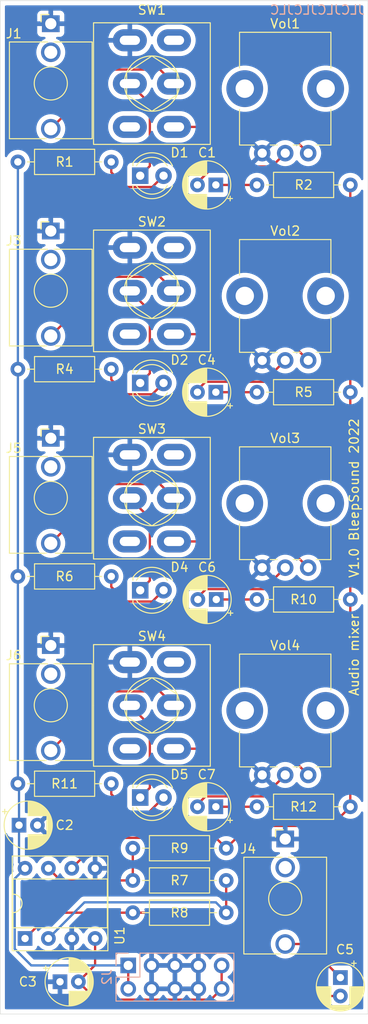
<source format=kicad_pcb>
(kicad_pcb (version 20211014) (generator pcbnew)
  (layers (0 "F.Cu" signal) (31 "B.Cu" signal) (34 "B.Paste" user) (35 "F.Paste" user) (36 "B.SilkS" user "B.Silkscreen") (37 "F.SilkS" user "F.Silkscreen") (38 "B.Mask" user) (39 "F.Mask" user) (44 "Edge.Cuts" user))
  (net 0 "")
  (net 1 "GND")
  (net 2 "+12V")
  (net 3 "-12V")
  (net 4 "Net-(C1-Pad1)")
  (net 5 "Net-(C1-Pad2)")
  (net 6 "Net-(C4-Pad2)")
  (net 7 "Net-(C4-Pad1)")
  (net 8 "Net-(C5-Pad1)")
  (net 9 "Net-(C5-Pad2)")
  (net 10 "Net-(C6-Pad1)")
  (net 11 "Net-(D5-Pad2)")
  (net 13 "Net-(C6-Pad2)")
  (net 14 "Net-(C7-Pad1)")
  (net 15 "Net-(C7-Pad2)")
  (net 16 "Net-(D1-Pad1)")
  (net 17 "Net-(D1-Pad2)")
  (net 18 "Net-(D2-Pad1)")
  (net 19 "Net-(D2-Pad2)")
  (net 20 "Net-(D4-Pad1)")
  (net 21 "Net-(D5-Pad1)")
  (net 22 "Net-(J1-PadT)")
  (net 23 "Net-(J3-PadT)")
  (net 24 "Net-(J5-PadT)")
  (net 26 "Net-(J6-PadT)")
  (net 29 "Net-(R10-Pad1)")
  (net 30 "Net-(R7-Pad1)")
  (net 31 "Net-(R7-Pad2)")
  (net 32 "Net-(D4-Pad2)")
  (net 35 "Net-(SW1-Pad6)")
  (net 39 "Net-(SW2-Pad6)")
  (net 42 "Net-(SW3-Pad6)")
  (net 45 "Net-(SW4-Pad6)")
  (footprint "Capacitor_THT:CP_Radial_D5.0mm_P2.00mm" (layer "F.Cu") (at 88.455112 71 180)
    (fp_text reference "C1" (at 0.955112 3.5) (layer "F.SilkS"))
    (fp_text value ".1µF")
    (pad "1" thru_hole rect locked (at 0 0 180) (size 1.6 1.6) (drill 0.8) (layers *.Cu *.Mask) (net 4 "Net-(C1-Pad1)"))
    (pad "2" thru_hole circle locked (at 2 0 180) (size 1.6 1.6) (drill 0.8) (layers *.Cu *.Mask) (net 5 "Net-(C1-Pad2)"))
  )
  (footprint "Capacitor_THT:CP_Radial_D5.0mm_P2.00mm" (layer "F.Cu") (at 71.499999 157.5)
    (fp_text reference "C3" (at -3.5 0) (layer "F.SilkS"))
    (fp_text value "10µ")
    (pad "1" thru_hole rect locked (at 0 0) (size 1.6 1.6) (drill 0.8) (layers *.Cu *.Mask) (net 1 "GND"))
    (pad "2" thru_hole circle locked (at 2 0) (size 1.6 1.6) (drill 0.8) (layers *.Cu *.Mask) (net 3 "-12V"))
  )
  (footprint "Resistor_THT:R_Axial_DIN0207_L6.3mm_D2.5mm_P10.16mm_Horizontal" (layer "F.Cu") (at 66.919999 68.5)
    (fp_text reference "R1" (at 5.08 0) (layer "F.SilkS"))
    (fp_text value "4.7k")
    (pad "1" thru_hole circle locked (at 0 0) (size 1.6 1.6) (drill 0.8) (layers *.Cu *.Mask) (net 2 "+12V"))
    (pad "2" thru_hole oval locked (at 10.16 0) (size 1.6 1.6) (drill 0.8) (layers *.Cu *.Mask) (net 17 "Net-(D1-Pad2)"))
  )
  (footprint "Synth:Pot-bourns-alpha" (layer "F.Cu") (at 98.499999 67.55 90)
    (fp_text reference "Vol1" (at 14.05 -2.5 180) (layer "F.SilkS"))
    (fp_text value "10k")
    (pad "" np_thru_hole circle (at 7 -6.9 90) (size 4 4) (drill 2) (layers *.Cu *.Mask))
    (pad "" np_thru_hole circle (at 7 1.9 90) (size 4 4) (drill 2) (layers *.Cu *.Mask))
    (pad "1" thru_hole circle (at 0 0 90) (size 1.8 1.8) (drill 1) (layers *.Cu *.Mask) (net 35 "Net-(SW1-Pad6)"))
    (pad "2" thru_hole circle (at 0 -2.5 90) (size 1.8 1.8) (drill 1) (layers *.Cu *.Mask) (net 5 "Net-(C1-Pad2)"))
    (pad "3" thru_hole circle (at 0 -5 90) (size 1.8 1.8) (drill 1) (layers *.Cu *.Mask) (net 1 "GND"))
  )
  (footprint "Synth:SW_DPDT_Toggle" (layer "F.Cu") (at 81.499999 60 90)
    (fp_text reference "SW1" (at 8 0 180) (layer "F.SilkS"))
    (fp_text value "Mute")
    (pad "1" thru_hole oval (at 4.7 -2.4 180) (size 3.7 2.4) (drill oval 2.2 1) (layers *.Cu *.Mask) (net 1 "GND"))
    (pad "2" thru_hole oval (at 0 -2.4 180) (size 3.7 2.4) (drill oval 2.2 1) (layers *.Cu *.Mask) (net 16 "Net-(D1-Pad1)"))
    (pad "3" thru_hole oval (at -4.7 -2.4 180) (size 3.7 2.4) (drill oval 2.2 1) (layers *.Cu *.Mask))
    (pad "4" thru_hole oval (at 4.7 2.4 180) (size 3.7 2.4) (drill oval 2.2 1) (layers *.Cu *.Mask))
    (pad "5" thru_hole oval (at 0 2.4 180) (size 3.7 2.4) (drill oval 2.2 1) (layers *.Cu *.Mask) (net 22 "Net-(J1-PadT)"))
    (pad "6" thru_hole oval (at -4.7 2.4 180) (size 3.7 2.4) (drill oval 2.2 1) (layers *.Cu *.Mask) (net 35 "Net-(SW1-Pad6)"))
  )
  (footprint "Synth:Thonkiconn" (layer "F.Cu") (at 70.499999 98.5)
    (fp_text reference "J5" (at -4.03 1.08 180) (layer "F.SilkS"))
    (fp_text value "In")
    (pad "S" thru_hole rect (at 0 0 180) (size 1.93 1.83) (drill 1.22) (layers *.Cu *.Mask) (net 1 "GND"))
    (pad "T" thru_hole circle (at 0 11.4 180) (size 2.13 2.13) (drill 1.43) (layers *.Cu *.Mask) (net 24 "Net-(J5-PadT)"))
    (pad "TN" thru_hole circle (at 0 3.1 180) (size 2.13 2.13) (drill 1.42) (layers *.Cu *.Mask))
  )
  (footprint "Capacitor_THT:CP_Radial_D5.0mm_P2.00mm" (layer "F.Cu") (at 88.499999 116 180)
    (fp_text reference "C6" (at 1 3.5) (layer "F.SilkS"))
    (fp_text value ".1µF")
    (pad "1" thru_hole rect locked (at 0 0 180) (size 1.6 1.6) (drill 0.8) (layers *.Cu *.Mask) (net 10 "Net-(C6-Pad1)"))
    (pad "2" thru_hole circle locked (at 2 0 180) (size 1.6 1.6) (drill 0.8) (layers *.Cu *.Mask) (net 13 "Net-(C6-Pad2)"))
  )
  (footprint "Capacitor_THT:CP_Radial_D5.0mm_P2.00mm" (layer "F.Cu") (at 67.044887 140.5)
    (fp_text reference "C2" (at 4.955112 0) (layer "F.SilkS"))
    (fp_text value "10µ")
    (pad "1" thru_hole rect locked (at 0 0) (size 1.6 1.6) (drill 0.8) (layers *.Cu *.Mask) (net 2 "+12V"))
    (pad "2" thru_hole circle locked (at 2 0) (size 1.6 1.6) (drill 0.8) (layers *.Cu *.Mask) (net 1 "GND"))
  )
  (footprint "Synth:Thonkiconn" (layer "F.Cu") (at 95.999999 142)
    (fp_text reference "J4" (at -4.03 1.08 180) (layer "F.SilkS"))
    (fp_text value "Out")
    (pad "S" thru_hole rect (at 0 0 180) (size 1.93 1.83) (drill 1.22) (layers *.Cu *.Mask) (net 1 "GND"))
    (pad "T" thru_hole circle (at 0 11.4 180) (size 2.13 2.13) (drill 1.43) (layers *.Cu *.Mask) (net 8 "Net-(C5-Pad1)"))
    (pad "TN" thru_hole circle (at 0 3.1 180) (size 2.13 2.13) (drill 1.42) (layers *.Cu *.Mask))
  )
  (footprint "Capacitor_THT:CP_Radial_D5.0mm_P2.00mm" (layer "F.Cu") (at 88.455111 138.5 180)
    (fp_text reference "C7" (at 1 3.5) (layer "F.SilkS"))
    (fp_text value ".1µF")
    (pad "1" thru_hole rect locked (at 0 0 180) (size 1.6 1.6) (drill 0.8) (layers *.Cu *.Mask) (net 14 "Net-(C7-Pad1)"))
    (pad "2" thru_hole circle locked (at 2 0 180) (size 1.6 1.6) (drill 0.8) (layers *.Cu *.Mask) (net 15 "Net-(C7-Pad2)"))
  )
  (footprint "Resistor_THT:R_Axial_DIN0207_L6.3mm_D2.5mm_P10.16mm_Horizontal" (layer "F.Cu") (at 79.419999 150)
    (fp_text reference "R8" (at 5.08 0) (layer "F.SilkS"))
    (fp_text value "10k")
    (pad "1" thru_hole circle locked (at 0 0) (size 1.6 1.6) (drill 0.8) (layers *.Cu *.Mask) (net 9 "Net-(C5-Pad2)"))
    (pad "2" thru_hole oval locked (at 10.16 0) (size 1.6 1.6) (drill 0.8) (layers *.Cu *.Mask) (net 30 "Net-(R7-Pad1)"))
  )
  (footprint "Resistor_THT:R_Axial_DIN0207_L6.3mm_D2.5mm_P10.16mm_Horizontal" (layer "F.Cu") (at 89.579999 146.5 180)
    (fp_text reference "R7" (at 5.08 0) (layer "F.SilkS"))
    (fp_text value "10k")
    (pad "1" thru_hole circle locked (at 0 0 180) (size 1.6 1.6) (drill 0.8) (layers *.Cu *.Mask) (net 30 "Net-(R7-Pad1)"))
    (pad "2" thru_hole oval locked (at 10.16 0 180) (size 1.6 1.6) (drill 0.8) (layers *.Cu *.Mask) (net 31 "Net-(R7-Pad2)"))
  )
  (footprint "Resistor_THT:R_Axial_DIN0207_L6.3mm_D2.5mm_P10.16mm_Horizontal" (layer "F.Cu") (at 103.079999 138.5 180)
    (fp_text reference "R12" (at 5.08 0) (layer "F.SilkS"))
    (fp_text value "100k")
    (pad "1" thru_hole circle locked (at 0 0 180) (size 1.6 1.6) (drill 0.8) (layers *.Cu *.Mask) (net 29 "Net-(R10-Pad1)"))
    (pad "2" thru_hole oval locked (at 10.16 0 180) (size 1.6 1.6) (drill 0.8) (layers *.Cu *.Mask) (net 14 "Net-(C7-Pad1)"))
  )
  (footprint "Resistor_THT:R_Axial_DIN0207_L6.3mm_D2.5mm_P10.16mm_Horizontal" (layer "F.Cu") (at 103.079999 116 180)
    (fp_text reference "R10" (at 5.08 0) (layer "F.SilkS"))
    (fp_text value "100k")
    (pad "1" thru_hole circle locked (at 0 0 180) (size 1.6 1.6) (drill 0.8) (layers *.Cu *.Mask) (net 29 "Net-(R10-Pad1)"))
    (pad "2" thru_hole oval locked (at 10.16 0 180) (size 1.6 1.6) (drill 0.8) (layers *.Cu *.Mask) (net 10 "Net-(C6-Pad1)"))
  )
  (footprint "LED_THT:LED_D4.0mm" (layer "F.Cu") (at 80.224999 70)
    (fp_text reference "D1" (at 4.275 -2.5) (layer "F.SilkS"))
    (fp_text value "LED-mute")
    (pad "1" thru_hole rect locked (at 0 0) (size 1.8 1.8) (drill 0.9) (layers *.Cu *.Mask) (net 16 "Net-(D1-Pad1)"))
    (pad "2" thru_hole circle locked (at 2.54 0) (size 1.8 1.8) (drill 0.9) (layers *.Cu *.Mask) (net 17 "Net-(D1-Pad2)"))
  )
  (footprint "LED_THT:LED_D4.0mm" (layer "F.Cu") (at 80.224999 115)
    (fp_text reference "D4" (at 4.275 -2.5) (layer "F.SilkS"))
    (fp_text value "LED-mute")
    (pad "1" thru_hole rect locked (at 0 0) (size 1.8 1.8) (drill 0.9) (layers *.Cu *.Mask) (net 20 "Net-(D4-Pad1)"))
    (pad "2" thru_hole circle locked (at 2.54 0) (size 1.8 1.8) (drill 0.9) (layers *.Cu *.Mask) (net 32 "Net-(D4-Pad2)"))
  )
  (footprint "Synth:Thonkiconn" (layer "F.Cu") (at 70.499999 121)
    (fp_text reference "J6" (at -4.03 1.08 180) (layer "F.SilkS"))
    (fp_text value "In")
    (pad "S" thru_hole rect (at 0 0 180) (size 1.93 1.83) (drill 1.22) (layers *.Cu *.Mask) (net 1 "GND"))
    (pad "T" thru_hole circle (at 0 11.4 180) (size 2.13 2.13) (drill 1.43) (layers *.Cu *.Mask) (net 26 "Net-(J6-PadT)"))
    (pad "TN" thru_hole circle (at 0 3.1 180) (size 2.13 2.13) (drill 1.42) (layers *.Cu *.Mask))
  )
  (footprint "Synth:Thonkiconn" (layer "F.Cu") (at 70.499999 76)
    (fp_text reference "J3" (at -4.03 1.08 180) (layer "F.SilkS"))
    (fp_text value "In")
    (pad "S" thru_hole rect (at 0 0 180) (size 1.93 1.83) (drill 1.22) (layers *.Cu *.Mask) (net 1 "GND"))
    (pad "T" thru_hole circle (at 0 11.4 180) (size 2.13 2.13) (drill 1.43) (layers *.Cu *.Mask) (net 23 "Net-(J3-PadT)"))
    (pad "TN" thru_hole circle (at 0 3.1 180) (size 2.13 2.13) (drill 1.42) (layers *.Cu *.Mask))
  )
  (footprint "Synth:Thonkiconn" (layer "F.Cu") (at 70.499999 53.5)
    (fp_text reference "J1" (at -4.03 1.08 180) (layer "F.SilkS"))
    (fp_text value "In")
    (pad "S" thru_hole rect (at 0 0 180) (size 1.93 1.83) (drill 1.22) (layers *.Cu *.Mask) (net 1 "GND"))
    (pad "T" thru_hole circle (at 0 11.4 180) (size 2.13 2.13) (drill 1.43) (layers *.Cu *.Mask) (net 22 "Net-(J1-PadT)"))
    (pad "TN" thru_hole circle (at 0 3.1 180) (size 2.13 2.13) (drill 1.42) (layers *.Cu *.Mask))
  )
  (footprint "LED_THT:LED_D4.0mm" (layer "F.Cu") (at 80.224999 92.5)
    (fp_text reference "D2" (at 4.275 -2.5) (layer "F.SilkS"))
    (fp_text value "LED-mute")
    (pad "1" thru_hole rect locked (at 0 0) (size 1.8 1.8) (drill 0.9) (layers *.Cu *.Mask) (net 18 "Net-(D2-Pad1)"))
    (pad "2" thru_hole circle locked (at 2.54 0) (size 1.8 1.8) (drill 0.9) (layers *.Cu *.Mask) (net 19 "Net-(D2-Pad2)"))
  )
  (footprint "Resistor_THT:R_Axial_DIN0207_L6.3mm_D2.5mm_P10.16mm_Horizontal" (layer "F.Cu") (at 66.919999 91)
    (fp_text reference "R4" (at 5.08 0) (layer "F.SilkS"))
    (fp_text value "4.7k")
    (pad "1" thru_hole circle locked (at 0 0) (size 1.6 1.6) (drill 0.8) (layers *.Cu *.Mask) (net 2 "+12V"))
    (pad "2" thru_hole oval locked (at 10.16 0) (size 1.6 1.6) (drill 0.8) (layers *.Cu *.Mask) (net 19 "Net-(D2-Pad2)"))
  )
  (footprint "Resistor_THT:R_Axial_DIN0207_L6.3mm_D2.5mm_P10.16mm_Horizontal" (layer "F.Cu") (at 66.919999 113.5)
    (fp_text reference "R6" (at 5.08 0) (layer "F.SilkS"))
    (fp_text value "4.7k")
    (pad "1" thru_hole circle locked (at 0 0) (size 1.6 1.6) (drill 0.8) (layers *.Cu *.Mask) (net 2 "+12V"))
    (pad "2" thru_hole oval locked (at 10.16 0) (size 1.6 1.6) (drill 0.8) (layers *.Cu *.Mask) (net 32 "Net-(D4-Pad2)"))
  )
  (footprint "Resistor_THT:R_Axial_DIN0207_L6.3mm_D2.5mm_P10.16mm_Horizontal" (layer "F.Cu") (at 79.419999 143)
    (fp_text reference "R9" (at 5.08 0) (layer "F.SilkS"))
    (fp_text value "100k")
    (pad "1" thru_hole circle locked (at 0 0) (size 1.6 1.6) (drill 0.8) (layers *.Cu *.Mask) (net 31 "Net-(R7-Pad2)"))
    (pad "2" thru_hole oval locked (at 10.16 0) (size 1.6 1.6) (drill 0.8) (layers *.Cu *.Mask) (net 29 "Net-(R10-Pad1)"))
  )
  (footprint "Resistor_THT:R_Axial_DIN0207_L6.3mm_D2.5mm_P10.16mm_Horizontal" (layer "F.Cu") (at 66.919999 136)
    (fp_text reference "R11" (at 5.08 0) (layer "F.SilkS"))
    (fp_text value "4.7k")
    (pad "1" thru_hole circle locked (at 0 0) (size 1.6 1.6) (drill 0.8) (layers *.Cu *.Mask) (net 2 "+12V"))
    (pad "2" thru_hole oval locked (at 10.16 0) (size 1.6 1.6) (drill 0.8) (layers *.Cu *.Mask) (net 11 "Net-(D5-Pad2)"))
  )
  (footprint "Synth:SW_DPDT_Toggle" (layer "F.Cu") (at 81.499999 82.5 90)
    (fp_text reference "SW2" (at 7.5 0 180) (layer "F.SilkS"))
    (fp_text value "Mute")
    (pad "1" thru_hole oval (at 4.7 -2.4 180) (size 3.7 2.4) (drill oval 2.2 1) (layers *.Cu *.Mask) (net 1 "GND"))
    (pad "2" thru_hole oval (at 0 -2.4 180) (size 3.7 2.4) (drill oval 2.2 1) (layers *.Cu *.Mask) (net 18 "Net-(D2-Pad1)"))
    (pad "3" thru_hole oval (at -4.7 -2.4 180) (size 3.7 2.4) (drill oval 2.2 1) (layers *.Cu *.Mask))
    (pad "4" thru_hole oval (at 4.7 2.4 180) (size 3.7 2.4) (drill oval 2.2 1) (layers *.Cu *.Mask))
    (pad "5" thru_hole oval (at 0 2.4 180) (size 3.7 2.4) (drill oval 2.2 1) (layers *.Cu *.Mask) (net 23 "Net-(J3-PadT)"))
    (pad "6" thru_hole oval (at -4.7 2.4 180) (size 3.7 2.4) (drill oval 2.2 1) (layers *.Cu *.Mask) (net 39 "Net-(SW2-Pad6)"))
  )
  (footprint "LED_THT:LED_D4.0mm" (layer "F.Cu") (at 80.224999 137.5)
    (fp_text reference "D5" (at 4.275 -2.5) (layer "F.SilkS"))
    (fp_text value "LED-mute")
    (pad "1" thru_hole rect locked (at 0 0) (size 1.8 1.8) (drill 0.9) (layers *.Cu *.Mask) (net 21 "Net-(D5-Pad1)"))
    (pad "2" thru_hole circle locked (at 2.54 0) (size 1.8 1.8) (drill 0.9) (layers *.Cu *.Mask) (net 11 "Net-(D5-Pad2)"))
  )
  (footprint "Synth:Pot-bourns-alpha" (layer "F.Cu") (at 98.499999 135.05 90)
    (fp_text reference "Vol4" (at 14.05 -2.5 180) (layer "F.SilkS"))
    (fp_text value "10k")
    (pad "" np_thru_hole circle (at 7 1.9 90) (size 4 4) (drill 2) (layers *.Cu *.Mask))
    (pad "" np_thru_hole circle (at 7 -6.9 90) (size 4 4) (drill 2) (layers *.Cu *.Mask))
    (pad "1" thru_hole circle (at 0 0 90) (size 1.8 1.8) (drill 1) (layers *.Cu *.Mask) (net 45 "Net-(SW4-Pad6)"))
    (pad "2" thru_hole circle (at 0 -2.5 90) (size 1.8 1.8) (drill 1) (layers *.Cu *.Mask) (net 15 "Net-(C7-Pad2)"))
    (pad "3" thru_hole circle (at 0 -5 90) (size 1.8 1.8) (drill 1) (layers *.Cu *.Mask) (net 1 "GND"))
  )
  (footprint "Synth:SW_DPDT_Toggle" (layer "F.Cu") (at 81.499999 127.5 90)
    (fp_text reference "SW4" (at 7.5 0 180) (layer "F.SilkS"))
    (fp_text value "Mute")
    (pad "1" thru_hole oval (at 4.7 -2.4 180) (size 3.7 2.4) (drill oval 2.2 1) (layers *.Cu *.Mask) (net 1 "GND"))
    (pad "2" thru_hole oval (at 0 -2.4 180) (size 3.7 2.4) (drill oval 2.2 1) (layers *.Cu *.Mask) (net 21 "Net-(D5-Pad1)"))
    (pad "3" thru_hole oval (at -4.7 -2.4 180) (size 3.7 2.4) (drill oval 2.2 1) (layers *.Cu *.Mask))
    (pad "4" thru_hole oval (at 4.7 2.4 180) (size 3.7 2.4) (drill oval 2.2 1) (layers *.Cu *.Mask))
    (pad "5" thru_hole oval (at 0 2.4 180) (size 3.7 2.4) (drill oval 2.2 1) (layers *.Cu *.Mask) (net 26 "Net-(J6-PadT)"))
    (pad "6" thru_hole oval (at -4.7 2.4 180) (size 3.7 2.4) (drill oval 2.2 1) (layers *.Cu *.Mask) (net 45 "Net-(SW4-Pad6)"))
  )
  (footprint "Resistor_THT:R_Axial_DIN0207_L6.3mm_D2.5mm_P10.16mm_Horizontal" (layer "F.Cu") (at 103.079999 71 180)
    (fp_text reference "R2" (at 5.08 0) (layer "F.SilkS"))
    (fp_text value "100k")
    (pad "1" thru_hole circle locked (at 0 0 180) (size 1.6 1.6) (drill 0.8) (layers *.Cu *.Mask) (net 29 "Net-(R10-Pad1)"))
    (pad "2" thru_hole oval locked (at 10.16 0 180) (size 1.6 1.6) (drill 0.8) (layers *.Cu *.Mask) (net 4 "Net-(C1-Pad1)"))
  )
  (footprint "Synth:Pot-bourns-alpha" (layer "F.Cu") (at 98.499999 112.55 90)
    (fp_text reference "Vol3" (at 14.05 -2.5 180) (layer "F.SilkS"))
    (fp_text value "10k")
    (pad "" np_thru_hole circle (at 7 1.9 90) (size 4 4) (drill 2) (layers *.Cu *.Mask))
    (pad "" np_thru_hole circle (at 7 -6.9 90) (size 4 4) (drill 2) (layers *.Cu *.Mask))
    (pad "1" thru_hole circle (at 0 0 90) (size 1.8 1.8) (drill 1) (layers *.Cu *.Mask) (net 42 "Net-(SW3-Pad6)"))
    (pad "2" thru_hole circle (at 0 -2.5 90) (size 1.8 1.8) (drill 1) (layers *.Cu *.Mask) (net 13 "Net-(C6-Pad2)"))
    (pad "3" thru_hole circle (at 0 -5 90) (size 1.8 1.8) (drill 1) (layers *.Cu *.Mask) (net 1 "GND"))
  )
  (footprint "Resistor_THT:R_Axial_DIN0207_L6.3mm_D2.5mm_P10.16mm_Horizontal" (layer "F.Cu") (at 103.079999 93.5 180)
    (fp_text reference "R5" (at 5.08 0) (layer "F.SilkS"))
    (fp_text value "100k")
    (pad "1" thru_hole circle locked (at 0 0 180) (size 1.6 1.6) (drill 0.8) (layers *.Cu *.Mask) (net 29 "Net-(R10-Pad1)"))
    (pad "2" thru_hole oval locked (at 10.16 0 180) (size 1.6 1.6) (drill 0.8) (layers *.Cu *.Mask) (net 7 "Net-(C4-Pad1)"))
  )
  (footprint "Capacitor_THT:CP_Radial_D5.0mm_P2.00mm" (layer "F.Cu") (at 101.999999 157.044887 -90)
    (fp_text reference "C5" (at -3.044887 -0.5 180) (layer "F.SilkS"))
    (fp_text value "10µF")
    (pad "1" thru_hole rect locked (at 0 0 270) (size 1.6 1.6) (drill 0.8) (layers *.Cu *.Mask) (net 8 "Net-(C5-Pad1)"))
    (pad "2" thru_hole circle locked (at 2 0 270) (size 1.6 1.6) (drill 0.8) (layers *.Cu *.Mask) (net 9 "Net-(C5-Pad2)"))
  )
  (footprint "Capacitor_THT:CP_Radial_D5.0mm_P2.00mm" (layer "F.Cu") (at 88.455111 93.5 180)
    (fp_text reference "C4" (at 1 3.5) (layer "F.SilkS"))
    (fp_text value ".1µF")
    (pad "1" thru_hole rect locked (at 0 0 180) (size 1.6 1.6) (drill 0.8) (layers *.Cu *.Mask) (net 7 "Net-(C4-Pad1)"))
    (pad "2" thru_hole circle locked (at 2 0 180) (size 1.6 1.6) (drill 0.8) (layers *.Cu *.Mask) (net 6 "Net-(C4-Pad2)"))
  )
  (footprint "Synth:SW_DPDT_Toggle" (layer "F.Cu") (at 81.499999 105 90)
    (fp_text reference "SW3" (at 7.5 0 180) (layer "F.SilkS"))
    (fp_text value "Mute")
    (pad "1" thru_hole oval (at 4.7 -2.4 180) (size 3.7 2.4) (drill oval 2.2 1) (layers *.Cu *.Mask) (net 1 "GND"))
    (pad "2" thru_hole oval (at 0 -2.4 180) (size 3.7 2.4) (drill oval 2.2 1) (layers *.Cu *.Mask) (net 20 "Net-(D4-Pad1)"))
    (pad "3" thru_hole oval (at -4.7 -2.4 180) (size 3.7 2.4) (drill oval 2.2 1) (layers *.Cu *.Mask))
    (pad "4" thru_hole oval (at 4.7 2.4 180) (size 3.7 2.4) (drill oval 2.2 1) (layers *.Cu *.Mask))
    (pad "5" thru_hole oval (at 0 2.4 180) (size 3.7 2.4) (drill oval 2.2 1) (layers *.Cu *.Mask) (net 24 "Net-(J5-PadT)"))
    (pad "6" thru_hole oval (at -4.7 2.4 180) (size 3.7 2.4) (drill oval 2.2 1) (layers *.Cu *.Mask) (net 42 "Net-(SW3-Pad6)"))
  )
  (footprint "Synth:Pot-bourns-alpha" (layer "F.Cu") (at 98.499999 90.05 90)
    (fp_text reference "Vol2" (at 14.05 -2.5 180) (layer "F.SilkS"))
    (fp_text value "10k")
    (pad "" np_thru_hole circle (at 7 1.9 90) (size 4 4) (drill 2) (layers *.Cu *.Mask))
    (pad "" np_thru_hole circle (at 7 -6.9 90) (size 4 4) (drill 2) (layers *.Cu *.Mask))
    (pad "1" thru_hole circle (at 0 0 90) (size 1.8 1.8) (drill 1) (layers *.Cu *.Mask) (net 39 "Net-(SW2-Pad6)"))
    (pad "2" thru_hole circle (at 0 -2.5 90) (size 1.8 1.8) (drill 1) (layers *.Cu *.Mask) (net 6 "Net-(C4-Pad2)"))
    (pad "3" thru_hole circle (at 0 -5 90) (size 1.8 1.8) (drill 1) (layers *.Cu *.Mask) (net 1 "GND"))
  )
  (footprint "Package_DIP:DIP-8_W7.62mm_Socket" (layer "F.Cu") (at 67.699999 152.8 90)
    (fp_text reference "U1" (at 0.3 10.3 90) (layer "F.SilkS"))
    (fp_text value "TL072")
    (pad "1" thru_hole rect locked (at 0 0 90) (size 1.6 1.6) (drill 0.8) (layers *.Cu *.Mask) (net 9 "Net-(C5-Pad2)"))
    (pad "2" thru_hole oval locked (at 0 2.54 90) (size 1.6 1.6) (drill 0.8) (layers *.Cu *.Mask) (net 30 "Net-(R7-Pad1)"))
    (pad "3" thru_hole oval locked (at 0 5.08 90) (size 1.6 1.6) (drill 0.8) (layers *.Cu *.Mask) (net 1 "GND"))
    (pad "4" thru_hole oval locked (at 0 7.62 90) (size 1.6 1.6) (drill 0.8) (layers *.Cu *.Mask) (net 3 "-12V"))
    (pad "5" thru_hole oval locked (at 7.62 7.62 90) (size 1.6 1.6) (drill 0.8) (layers *.Cu *.Mask) (net 1 "GND"))
    (pad "6" thru_hole oval locked (at 7.62 5.08 90) (size 1.6 1.6) (drill 0.8) (layers *.Cu *.Mask) (net 29 "Net-(R10-Pad1)"))
    (pad "7" thru_hole oval locked (at 7.62 2.54 90) (size 1.6 1.6) (drill 0.8) (layers *.Cu *.Mask) (net 31 "Net-(R7-Pad2)"))
    (pad "8" thru_hole oval locked (at 7.62 0 90) (size 1.6 1.6) (drill 0.8) (layers *.Cu *.Mask) (net 2 "+12V"))
  )
  (footprint "Connector_PinHeader_2.54mm:PinHeader_2x05_P2.54mm_Vertical" (layer "B.Cu") (at 78.924999 155.725 -90)
    (fp_text reference "J2" (at 1.27 2.33 90) (layer "B.SilkS") (effects (justify mirror)))
    (fp_text value "Power Input")
    (pad "1" thru_hole rect locked (at 0 0 270) (size 1.7 1.7) (drill 1) (layers *.Cu *.Mask) (net 2 "+12V"))
    (pad "2" thru_hole oval locked (at 2.54 0 270) (size 1.7 1.7) (drill 1) (layers *.Cu *.Mask) (net 2 "+12V"))
    (pad "3" thru_hole oval locked (at 0 -2.54 270) (size 1.7 1.7) (drill 1) (layers *.Cu *.Mask) (net 1 "GND"))
    (pad "4" thru_hole oval locked (at 2.54 -2.54 270) (size 1.7 1.7) (drill 1) (layers *.Cu *.Mask) (net 1 "GND"))
    (pad "5" thru_hole oval locked (at 0 -5.08 270) (size 1.7 1.7) (drill 1) (layers *.Cu *.Mask) (net 1 "GND"))
    (pad "6" thru_hole oval locked (at 2.54 -5.08 270) (size 1.7 1.7) (drill 1) (layers *.Cu *.Mask) (net 1 "GND"))
    (pad "7" thru_hole oval locked (at 0 -7.62 270) (size 1.7 1.7) (drill 1) (layers *.Cu *.Mask) (net 1 "GND"))
    (pad "8" thru_hole oval locked (at 2.54 -7.62 270) (size 1.7 1.7) (drill 1) (layers *.Cu *.Mask) (net 1 "GND"))
    (pad "9" thru_hole oval locked (at 0 -10.16 270) (size 1.7 1.7) (drill 1) (layers *.Cu *.Mask) (net 3 "-12V"))
    (pad "10" thru_hole oval locked (at 2.54 -10.16 270) (size 1.7 1.7) (drill 1) (layers *.Cu *.Mask) (net 3 "-12V"))
  )
  (gr_line (start 104.999998 51) (end 104.999999 161) (layer "Edge.Cuts") (width 0.05))
  (gr_line (start 64.999999 51) (end 104.999998 51) (layer "Edge.Cuts") (width 0.05))
  (gr_line (start 64.999999 161) (end 104.999999 161) (layer "Edge.Cuts") (width 0.05))
  (gr_line (start 64.999999 51) (end 64.999999 161) (layer "Edge.Cuts") (width 0.05))
  (gr_text "JLCJLCJLCJLC\n" (at 99.499999 52) (layer "B.SilkS") (effects (font (size 1 1)) (justify mirror)))
  (gr_text "Audio mixer\n" (at 103.499999 122 90) (layer "F.SilkS") (effects (font (size 1 1))))
  (gr_text "V1.0 BleepSound 2022\n" (at 103.499999 105 90) (layer "F.SilkS") (effects (font (size 1 1))))
  (segment (start 78.924999 155.725) (end 78.924999 158.265) (width 0.25) (layer "F.Cu") (net 2))
  (segment (start 68.375977 155.725) (end 66.575488 153.924511) (width 0.25) (layer "B.Cu") (net 2))
  (segment (start 66.575488 153.924511) (end 66.575488 146.304511) (width 0.25) (layer "B.Cu") (net 2))
  (segment (start 67.044887 136.124888) (end 66.919999 136) (width 0.25) (layer "B.Cu") (net 2))
  (segment (start 66.575488 146.304511) (end 67.699999 145.18) (width 0.25) (layer "B.Cu") (net 2))
  (segment (start 66.919999 113.5) (end 66.919999 91) (width 0.25) (layer "B.Cu") (net 2))
  (segment (start 66.919999 136) (end 66.919999 113.5) (width 0.25) (layer "B.Cu") (net 2))
  (segment (start 66.919999 91) (end 66.919999 68.5) (width 0.25) (layer "B.Cu") (net 2))
  (segment (start 67.044887 140.5) (end 67.044887 136.124888) (width 0.25) (layer "B.Cu") (net 2))
  (segment (start 67.044887 144.524888) (end 67.699999 145.18) (width 0.25) (layer "B.Cu") (net 2))
  (segment (start 78.924999 155.725) (end 68.375977 155.725) (width 0.25) (layer "B.Cu") (net 2))
  (segment (start 67.044887 140.5) (end 67.044887 144.524888) (width 0.25) (layer "B.Cu") (net 2))
  (segment (start 89.084999 158.265) (end 87.910488 159.439511) (width 0.25) (layer "F.Cu") (net 3))
  (segment (start 75.43951 159.439511) (end 73.499999 157.5) (width 0.25) (layer "F.Cu") (net 3))
  (segment (start 89.084999 158.265) (end 89.084999 155.725) (width 0.25) (layer "F.Cu") (net 3))
  (segment (start 75.319999 155.68) (end 73.499999 157.5) (width 0.25) (layer "F.Cu") (net 3))
  (segment (start 75.319999 152.8) (end 75.319999 155.68) (width 0.25) (layer "F.Cu") (net 3))
  (segment (start 87.910488 159.439511) (end 75.43951 159.439511) (width 0.25) (layer "F.Cu") (net 3))
  (segment (start 92.919999 71) (end 88.455112 71) (width 0.25) (layer "F.Cu") (net 4))
  (segment (start 94.549999 69) (end 95.999999 67.55) (width 0.25) (layer "F.Cu") (net 5))
  (segment (start 86.455112 70.750978) (end 88.20609 69) (width 0.25) (layer "F.Cu") (net 5))
  (segment (start 86.455112 71) (end 86.455112 70.750978) (width 0.25) (layer "F.Cu") (net 5))
  (segment (start 88.20609 69) (end 94.549999 69) (width 0.25) (layer "F.Cu") (net 5))
  (segment (start 93.681369 92.36863) (end 87.337459 92.36863) (width 0.25) (layer "F.Cu") (net 6))
  (segment (start 86.455111 93.250978) (end 86.455111 93.5) (width 0.25) (layer "F.Cu") (net 6))
  (segment (start 87.337459 92.36863) (end 86.455111 93.250978) (width 0.25) (layer "F.Cu") (net 6))
  (segment (start 95.999999 90.05) (end 93.681369 92.36863) (width 0.25) (layer "F.Cu") (net 6))
  (segment (start 88.455111 93.5) (end 92.919999 93.5) (width 0.25) (layer "F.Cu") (net 7))
  (segment (start 95.999999 153.4) (end 98.355112 153.4) (width 0.25) (layer "F.Cu") (net 8))
  (segment (start 98.355112 153.4) (end 101.999999 157.044887) (width 0.25) (layer "F.Cu") (net 8))
  (segment (start 67.699999 152.8) (end 70.499999 150) (width 0.25) (layer "F.Cu") (net 9))
  (segment (start 85.499999 150) (end 94.544886 159.044887) (width 0.25) (layer "F.Cu") (net 9))
  (segment (start 70.499999 150) (end 79.419999 150) (width 0.25) (layer "F.Cu") (net 9))
  (segment (start 79.419999 150) (end 85.499999 150) (width 0.25) (layer "F.Cu") (net 9))
  (segment (start 94.544886 159.044887) (end 101.999999 159.044887) (width 0.25) (layer "F.Cu") (net 9))
  (segment (start 88.499999 116) (end 92.919999 116) (width 0.25) (layer "F.Cu") (net 10))
  (segment (start 80.947405 139.317594) (end 82.764999 137.5) (width 0.25) (layer "F.Cu") (net 11))
  (segment (start 79.266223 139.317594) (end 80.947405 139.317594) (width 0.25) (layer "F.Cu") (net 11))
  (segment (start 77.079999 137.13137) (end 79.266223 139.317594) (width 0.25) (layer "F.Cu") (net 11))
  (segment (start 77.079999 136) (end 77.079999 137.13137) (width 0.25) (layer "F.Cu") (net 11))
  (segment (start 95.999999 112.55) (end 93.67451 114.875489) (width 0.25) (layer "F.Cu") (net 13))
  (segment (start 87.375488 114.875489) (end 86.499999 115.750978) (width 0.25) (layer "F.Cu") (net 13))
  (segment (start 86.499999 115.750978) (end 86.499999 116) (width 0.25) (layer "F.Cu") (net 13))
  (segment (start 93.67451 114.875489) (end 87.375488 114.875489) (width 0.25) (layer "F.Cu") (net 13))
  (segment (start 88.455111 138.5) (end 92.919999 138.5) (width 0.25) (layer "F.Cu") (net 14))
  (segment (start 93.67451 137.375489) (end 87.3306 137.375489) (width 0.25) (layer "F.Cu") (net 15))
  (segment (start 87.3306 137.375489) (end 86.455111 138.250978) (width 0.25) (layer "F.Cu") (net 15))
  (segment (start 95.999999 135.05) (end 93.67451 137.375489) (width 0.25) (layer "F.Cu") (net 15))
  (segment (start 86.455111 138.250978) (end 86.455111 138.5) (width 0.25) (layer "F.Cu") (net 15))
  (segment (start 81.274519 62.17452) (end 79.099999 60) (width 0.25) (layer "F.Cu") (net 16))
  (segment (start 81.274519 68.95048) (end 81.274519 62.17452) (width 0.25) (layer "F.Cu") (net 16))
  (segment (start 80.224999 70) (end 81.274519 68.95048) (width 0.25) (layer "F.Cu") (net 16))
  (segment (start 78.67314 71.224511) (end 81.540488 71.224511) (width 0.25) (layer "F.Cu") (net 17))
  (segment (start 77.079999 68.5) (end 77.079999 69.63137) (width 0.25) (layer "F.Cu") (net 17))
  (segment (start 77.079999 69.63137) (end 78.67314 71.224511) (width 0.25) (layer "F.Cu") (net 17))
  (segment (start 81.540488 71.224511) (end 82.764999 70) (width 0.25) (layer "F.Cu") (net 17))
  (segment (start 81.274519 91.45048) (end 81.274519 84.67452) (width 0.25) (layer "F.Cu") (net 18))
  (segment (start 80.224999 92.5) (end 81.274519 91.45048) (width 0.25) (layer "F.Cu") (net 18))
  (segment (start 81.274519 84.67452) (end 79.099999 82.5) (width 0.25) (layer "F.Cu") (net 18))
  (segment (start 81.540488 93.724511) (end 78.67314 93.724511) (width 0.25) (layer "F.Cu") (net 19))
  (segment (start 78.67314 93.724511) (end 77.079999 92.13137) (width 0.25) (layer "F.Cu") (net 19))
  (segment (start 82.764999 92.5) (end 81.540488 93.724511) (width 0.25) (layer "F.Cu") (net 19))
  (segment (start 77.079999 92.13137) (end 77.079999 91) (width 0.25) (layer "F.Cu") (net 19))
  (segment (start 81.274519 107.17452) (end 81.274519 113.95048) (width 0.25) (layer "F.Cu") (net 20))
  (segment (start 79.099999 105) (end 81.274519 107.17452) (width 0.25) (layer "F.Cu") (net 20))
  (segment (start 81.274519 113.95048) (end 80.224999 115) (width 0.25) (layer "F.Cu") (net 20))
  (segment (start 81.274519 129.67452) (end 81.274519 136.45048) (width 0.25) (layer "F.Cu") (net 21))
  (segment (start 81.274519 136.45048) (end 80.224999 137.5) (width 0.25) (layer "F.Cu") (net 21))
  (segment (start 79.099999 127.5) (end 81.274519 129.67452) (width 0.25) (layer "F.Cu") (net 21))
  (segment (start 76.924519 58.47548) (end 70.499999 64.9) (width 0.25) (layer "F.Cu") (net 22))
  (segment (start 83.899999 60) (end 82.375479 58.47548) (width 0.25) (layer "F.Cu") (net 22))
  (segment (start 82.375479 58.47548) (end 76.924519 58.47548) (width 0.25) (layer "F.Cu") (net 22))
  (segment (start 83.899999 82.5) (end 82.375479 80.97548) (width 0.25) (layer "F.Cu") (net 23))
  (segment (start 76.924519 80.97548) (end 70.499999 87.4) (width 0.25) (layer "F.Cu") (net 23))
  (segment (start 82.375479 80.97548) (end 76.924519 80.97548) (width 0.25) (layer "F.Cu") (net 23))
  (segment (start 76.924519 103.47548) (end 70.499999 109.9) (width 0.25) (layer "F.Cu") (net 24))
  (segment (start 82.375479 103.47548) (end 76.924519 103.47548) (width 0.25) (layer "F.Cu") (net 24))
  (segment (start 83.899999 105) (end 82.375479 103.47548) (width 0.25) (layer "F.Cu") (net 24))
  (segment (start 83.899999 127.5) (end 82.375479 125.97548) (width 0.25) (layer "F.Cu") (net 26))
  (segment (start 82.375479 125.97548) (end 76.924519 125.97548) (width 0.25) (layer "F.Cu") (net 26))
  (segment (start 76.924519 125.97548) (end 70.499999 132.4) (width 0.25) (layer "F.Cu") (net 26))
  (segment (start 89.579999 143) (end 88.455488 141.875489) (width 0.25) (layer "F.Cu") (net 29))
  (segment (start 100.999999 140.58) (end 103.079999 138.5) (width 0.25) (layer "F.Cu") (net 29))
  (segment (start 103.079999 71) (end 103.079999 93.5) (width 0.25) (layer "F.Cu") (net 29))
  (segment (start 76.08451 141.875489) (end 72.779999 145.18) (width 0.25) (layer "F.Cu") (net 29))
  (segment (start 103.079999 116) (end 103.079999 138.5) (width 0.25) (layer "F.Cu") (net 29))
  (segment (start 88.455488 141.875489) (end 76.08451 141.875489) (width 0.25) (layer "F.Cu") (net 29))
  (segment (start 103.079999 93.5) (end 103.079999 116) (width 0.25) (layer "F.Cu") (net 29))
  (segment (start 91.999999 140.58) (end 100.999999 140.58) (width 0.25) (layer "F.Cu") (net 29))
  (segment (start 89.579999 143) (end 91.999999 140.58) (width 0.25) (layer "F.Cu") (net 29))
  (segment (start 89.579999 146.5) (end 89.579999 150) (width 0.25) (layer "F.Cu") (net 30))
  (segment (start 74.16451 148.875489) (end 70.239999 152.8) (width 0.25) (layer "B.Cu") (net 30))
  (segment (start 89.579999 150) (end 88.455488 148.875489) (width 0.25) (layer "B.Cu") (net 30))
  (segment (start 88.455488 148.875489) (end 74.16451 148.875489) (width 0.25) (layer "B.Cu") (net 30))
  (segment (start 70.239999 145.18) (end 71.559999 146.5) (width 0.25) (layer "F.Cu") (net 31))
  (segment (start 71.559999 146.5) (end 79.419999 146.5) (width 0.25) (layer "F.Cu") (net 31))
  (segment (start 79.419999 143) (end 79.419999 146.5) (width 0.25) (layer "F.Cu") (net 31))
  (segment (start 77.079999 114.63137) (end 78.67314 116.224511) (width 0.25) (layer "F.Cu") (net 32))
  (segment (start 78.67314 116.224511) (end 81.540488 116.224511) (width 0.25) (layer "F.Cu") (net 32))
  (segment (start 77.079999 113.5) (end 77.079999 114.63137) (width 0.25) (layer "F.Cu") (net 32))
  (segment (start 81.540488 116.224511) (end 82.764999 115) (width 0.25) (layer "F.Cu") (net 32))
  (segment (start 95.649999 64.7) (end 83.899999 64.7) (width 0.25) (layer "F.Cu") (net 35))
  (segment (start 98.499999 67.55) (end 95.649999 64.7) (width 0.25) (layer "F.Cu") (net 35))
  (segment (start 95.649999 87.2) (end 98.499999 90.05) (width 0.25) (layer "F.Cu") (net 39))
  (segment (start 83.899999 87.2) (end 95.649999 87.2) (width 0.25) (layer "F.Cu") (net 39))
  (segment (start 95.649999 109.7) (end 83.899999 109.7) (width 0.25) (layer "F.Cu") (net 42))
  (segment (start 98.499999 112.55) (end 95.649999 109.7) (width 0.25) (layer "F.Cu") (net 42))
  (segment (start 95.649999 132.2) (end 83.899999 132.2) (width 0.25) (layer "F.Cu") (net 45))
  (segment (start 98.499999 135.05) (end 95.649999 132.2) (width 0.25) (layer "F.Cu") (net 45))
  (zone (net 1) (net_name "GND") (layer "B.Cu") (connect_pads (clearance 0.508)) (min_thickness 0.254) (fill yes (thermal_gap 0.508) (thermal_bridge_width 0.508))
    (polygon (pts (xy 104.999999 161) (xy 64.999999 161) (xy 64.999999 51) (xy 104.999999 51)))
  )
)
</source>
